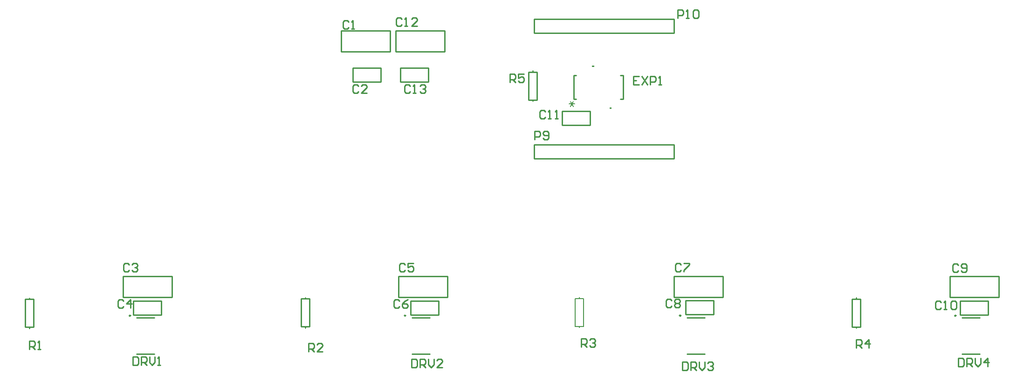
<source format=gto>
G04 Layer_Color=65535*
%FSLAX25Y25*%
%MOIN*%
G70*
G01*
G75*
%ADD13C,0.01000*%
%ADD28C,0.00984*%
%ADD29C,0.00787*%
%ADD30C,0.00781*%
G36*
X750100Y397500D02*
X748600D01*
Y398500D01*
X750100D01*
Y397500D01*
D02*
G37*
G36*
X737600Y427700D02*
X736100D01*
Y428700D01*
X737600D01*
Y427700D01*
D02*
G37*
D13*
X924900Y261400D02*
Y262300D01*
Y240500D02*
Y241400D01*
Y261400D02*
X927900D01*
Y241400D02*
Y261400D01*
X921900Y241400D02*
X927900D01*
X921900D02*
Y261400D01*
X924900D01*
X531000Y261500D02*
Y262400D01*
Y240600D02*
Y241500D01*
Y261500D02*
X534000D01*
Y241500D02*
Y261500D01*
X528000Y241500D02*
X534000D01*
X528000D02*
Y261500D01*
X531000D01*
X597600Y262500D02*
Y277500D01*
X632600D01*
Y262500D02*
Y277500D01*
X597600Y262500D02*
X632600D01*
X400500D02*
Y277500D01*
X435500D01*
Y262500D02*
Y277500D01*
X400500Y262500D02*
X435500D01*
X702100Y372100D02*
X794600D01*
X694600D02*
X702100D01*
X694600Y362100D02*
Y372100D01*
Y362100D02*
X794600D01*
Y372100D01*
X591500Y438500D02*
Y453500D01*
X556500Y438500D02*
X591500D01*
X556500D02*
Y453500D01*
X591500D01*
X565000Y417000D02*
Y427000D01*
X585000D01*
Y417000D02*
Y427000D01*
X565000Y417000D02*
X585000D01*
X595500Y438500D02*
X630500D01*
Y453500D01*
X595500D02*
X630500D01*
X595500Y438500D02*
Y453500D01*
X734700Y385900D02*
Y395900D01*
X714700Y385900D02*
X734700D01*
X714700D02*
Y395900D01*
X734700D01*
X722900Y404700D02*
X724800D01*
X722900D02*
Y421500D01*
X756400D02*
X758300D01*
Y404700D02*
Y421500D01*
X756400Y404700D02*
X758300D01*
X722900Y421500D02*
X724800D01*
X693600Y424100D02*
Y425000D01*
Y403200D02*
Y404100D01*
Y424100D02*
X696600D01*
Y404100D02*
Y424100D01*
X690600Y404100D02*
X696600D01*
X690600D02*
Y424100D01*
X693600D01*
X410480Y248035D02*
X423079D01*
X410480Y222051D02*
X423079D01*
X428000Y250000D02*
Y260000D01*
X408000Y250000D02*
X428000D01*
X408000D02*
Y260000D01*
X428000D01*
X333600Y261200D02*
Y262100D01*
Y240300D02*
Y241200D01*
Y261200D02*
X336600D01*
Y241200D02*
Y261200D01*
X330600Y241200D02*
X336600D01*
X330600D02*
Y261200D01*
X333600D01*
X607261Y248035D02*
X619859D01*
X607261Y222051D02*
X619859D01*
X626467Y250000D02*
Y260000D01*
X606467Y250000D02*
X626467D01*
X606467D02*
Y260000D01*
X626467D01*
X804041Y248036D02*
X816639D01*
X804041Y222051D02*
X816639D01*
X823100Y250200D02*
Y260200D01*
X803100Y250200D02*
X823100D01*
X803100D02*
Y260200D01*
X823100D01*
X619000Y417000D02*
Y427000D01*
X599000Y417000D02*
X619000D01*
X599000D02*
Y427000D01*
X619000D01*
X1000821Y248036D02*
X1013420D01*
X1000821Y222051D02*
X1013420D01*
X1019300Y250100D02*
Y260100D01*
X999300Y250100D02*
X1019300D01*
X999300D02*
Y260100D01*
X1019300D01*
X992000Y262700D02*
Y277700D01*
X1027000D01*
Y262700D02*
Y277700D01*
X992000Y262700D02*
X1027000D01*
X702100Y462100D02*
X794600D01*
X694600D02*
X702100D01*
X694600Y452100D02*
Y462100D01*
Y452100D02*
X794600D01*
Y462100D01*
X794700Y262500D02*
Y277500D01*
X829700D01*
Y262500D02*
Y277500D01*
X794700Y262500D02*
X829700D01*
X728373Y227100D02*
Y233098D01*
X731372D01*
X732372Y232098D01*
Y230099D01*
X731372Y229099D01*
X728373D01*
X730372D02*
X732372Y227100D01*
X734371Y232098D02*
X735371Y233098D01*
X737370D01*
X738370Y232098D01*
Y231099D01*
X737370Y230099D01*
X736370D01*
X737370D01*
X738370Y229099D01*
Y228100D01*
X737370Y227100D01*
X735371D01*
X734371Y228100D01*
X797400Y462700D02*
Y468698D01*
X800399D01*
X801399Y467698D01*
Y465699D01*
X800399Y464699D01*
X797400D01*
X803398Y462700D02*
X805397D01*
X804398D01*
Y468698D01*
X803398Y467698D01*
X808396D02*
X809396Y468698D01*
X811395D01*
X812395Y467698D01*
Y463700D01*
X811395Y462700D01*
X809396D01*
X808396Y463700D01*
Y467698D01*
X695100Y375600D02*
Y381598D01*
X698099D01*
X699099Y380598D01*
Y378599D01*
X698099Y377599D01*
X695100D01*
X701098Y376600D02*
X702098Y375600D01*
X704097D01*
X705097Y376600D01*
Y380598D01*
X704097Y381598D01*
X702098D01*
X701098Y380598D01*
Y379599D01*
X702098Y378599D01*
X705097D01*
X561999Y459998D02*
X560999Y460998D01*
X559000D01*
X558000Y459998D01*
Y456000D01*
X559000Y455000D01*
X560999D01*
X561999Y456000D01*
X563998Y455000D02*
X565997D01*
X564998D01*
Y460998D01*
X563998Y459998D01*
X568999Y413998D02*
X567999Y414998D01*
X566000D01*
X565000Y413998D01*
Y410000D01*
X566000Y409000D01*
X567999D01*
X568999Y410000D01*
X574997Y409000D02*
X570998D01*
X574997Y412999D01*
Y413998D01*
X573997Y414998D01*
X571998D01*
X570998Y413998D01*
X404999Y285998D02*
X403999Y286998D01*
X402000D01*
X401000Y285998D01*
Y282000D01*
X402000Y281000D01*
X403999D01*
X404999Y282000D01*
X406998Y285998D02*
X407998Y286998D01*
X409997D01*
X410997Y285998D01*
Y284999D01*
X409997Y283999D01*
X408997D01*
X409997D01*
X410997Y282999D01*
Y282000D01*
X409997Y281000D01*
X407998D01*
X406998Y282000D01*
X400999Y259998D02*
X399999Y260998D01*
X398000D01*
X397000Y259998D01*
Y256000D01*
X398000Y255000D01*
X399999D01*
X400999Y256000D01*
X405997Y255000D02*
Y260998D01*
X402998Y257999D01*
X406997D01*
X602250Y285847D02*
X601250Y286847D01*
X599251D01*
X598251Y285847D01*
Y281849D01*
X599251Y280849D01*
X601250D01*
X602250Y281849D01*
X608248Y286847D02*
X604249D01*
Y283848D01*
X606249Y284847D01*
X607248D01*
X608248Y283848D01*
Y281849D01*
X607248Y280849D01*
X605249D01*
X604249Y281849D01*
X598465Y259998D02*
X597466Y260998D01*
X595466D01*
X594467Y259998D01*
Y256000D01*
X595466Y255000D01*
X597466D01*
X598465Y256000D01*
X604463Y260998D02*
X602464Y259998D01*
X600465Y257999D01*
Y256000D01*
X601464Y255000D01*
X603464D01*
X604463Y256000D01*
Y256999D01*
X603464Y257999D01*
X600465D01*
X799799Y285898D02*
X798799Y286898D01*
X796800D01*
X795800Y285898D01*
Y281900D01*
X796800Y280900D01*
X798799D01*
X799799Y281900D01*
X801798Y286898D02*
X805797D01*
Y285898D01*
X801798Y281900D01*
Y280900D01*
X793099Y260198D02*
X792099Y261198D01*
X790100D01*
X789100Y260198D01*
Y256200D01*
X790100Y255200D01*
X792099D01*
X793099Y256200D01*
X795098Y260198D02*
X796098Y261198D01*
X798097D01*
X799097Y260198D01*
Y259199D01*
X798097Y258199D01*
X799097Y257199D01*
Y256200D01*
X798097Y255200D01*
X796098D01*
X795098Y256200D01*
Y257199D01*
X796098Y258199D01*
X795098Y259199D01*
Y260198D01*
X796098Y258199D02*
X798097D01*
X997899Y285498D02*
X996899Y286498D01*
X994900D01*
X993900Y285498D01*
Y281500D01*
X994900Y280500D01*
X996899D01*
X997899Y281500D01*
X999898D02*
X1000898Y280500D01*
X1002897D01*
X1003897Y281500D01*
Y285498D01*
X1002897Y286498D01*
X1000898D01*
X999898Y285498D01*
Y284499D01*
X1000898Y283499D01*
X1003897D01*
X985799Y258998D02*
X984799Y259998D01*
X982800D01*
X981800Y258998D01*
Y255000D01*
X982800Y254000D01*
X984799D01*
X985799Y255000D01*
X987798Y254000D02*
X989797D01*
X988798D01*
Y259998D01*
X987798Y258998D01*
X992796D02*
X993796Y259998D01*
X995796D01*
X996795Y258998D01*
Y255000D01*
X995796Y254000D01*
X993796D01*
X992796Y255000D01*
Y258998D01*
X702499Y395598D02*
X701499Y396598D01*
X699500D01*
X698500Y395598D01*
Y391600D01*
X699500Y390600D01*
X701499D01*
X702499Y391600D01*
X704498Y390600D02*
X706497D01*
X705498D01*
Y396598D01*
X704498Y395598D01*
X709496Y390600D02*
X711496D01*
X710496D01*
Y396598D01*
X709496Y395598D01*
X407500Y219798D02*
Y213800D01*
X410499D01*
X411499Y214800D01*
Y218798D01*
X410499Y219798D01*
X407500D01*
X413498Y213800D02*
Y219798D01*
X416497D01*
X417497Y218798D01*
Y216799D01*
X416497Y215799D01*
X413498D01*
X415497D02*
X417497Y213800D01*
X419496Y219798D02*
Y215799D01*
X421495Y213800D01*
X423495Y215799D01*
Y219798D01*
X425494Y213800D02*
X427493D01*
X426494D01*
Y219798D01*
X425494Y218798D01*
X607000Y218398D02*
Y212400D01*
X609999D01*
X610999Y213400D01*
Y217398D01*
X609999Y218398D01*
X607000D01*
X612998Y212400D02*
Y218398D01*
X615997D01*
X616997Y217398D01*
Y215399D01*
X615997Y214399D01*
X612998D01*
X614997D02*
X616997Y212400D01*
X618996Y218398D02*
Y214399D01*
X620996Y212400D01*
X622995Y214399D01*
Y218398D01*
X628993Y212400D02*
X624994D01*
X628993Y216399D01*
Y217398D01*
X627993Y218398D01*
X625994D01*
X624994Y217398D01*
X800529Y216254D02*
Y210256D01*
X803528D01*
X804528Y211256D01*
Y215254D01*
X803528Y216254D01*
X800529D01*
X806527Y210256D02*
Y216254D01*
X809526D01*
X810526Y215254D01*
Y213255D01*
X809526Y212255D01*
X806527D01*
X808527D02*
X810526Y210256D01*
X812525Y216254D02*
Y212255D01*
X814525Y210256D01*
X816524Y212255D01*
Y216254D01*
X818523Y215254D02*
X819523Y216254D01*
X821522D01*
X822522Y215254D01*
Y214255D01*
X821522Y213255D01*
X820523D01*
X821522D01*
X822522Y212255D01*
Y211256D01*
X821522Y210256D01*
X819523D01*
X818523Y211256D01*
X997900Y218798D02*
Y212800D01*
X1000899D01*
X1001899Y213800D01*
Y217798D01*
X1000899Y218798D01*
X997900D01*
X1003898Y212800D02*
Y218798D01*
X1006897D01*
X1007897Y217798D01*
Y215799D01*
X1006897Y214799D01*
X1003898D01*
X1005897D02*
X1007897Y212800D01*
X1009896Y218798D02*
Y214799D01*
X1011895Y212800D01*
X1013895Y214799D01*
Y218798D01*
X1018893Y212800D02*
Y218798D01*
X1015894Y215799D01*
X1019893D01*
X769599Y420998D02*
X765600D01*
Y415000D01*
X769599D01*
X765600Y417999D02*
X767599D01*
X771598Y420998D02*
X775597Y415000D01*
Y420998D02*
X771598Y415000D01*
X777596D02*
Y420998D01*
X780595D01*
X781595Y419998D01*
Y417999D01*
X780595Y416999D01*
X777596D01*
X783594Y415000D02*
X785594D01*
X784594D01*
Y420998D01*
X783594Y419998D01*
X333600Y225200D02*
Y231198D01*
X336599D01*
X337599Y230198D01*
Y228199D01*
X336599Y227199D01*
X333600D01*
X335599D02*
X337599Y225200D01*
X339598D02*
X341597D01*
X340598D01*
Y231198D01*
X339598Y230198D01*
X533433Y223700D02*
Y229698D01*
X536432D01*
X537432Y228698D01*
Y226699D01*
X536432Y225699D01*
X533433D01*
X535433D02*
X537432Y223700D01*
X543430D02*
X539431D01*
X543430Y227699D01*
Y228698D01*
X542430Y229698D01*
X540431D01*
X539431Y228698D01*
X924900Y226400D02*
Y232398D01*
X927899D01*
X928899Y231398D01*
Y229399D01*
X927899Y228399D01*
X924900D01*
X926899D02*
X928899Y226400D01*
X933897D02*
Y232398D01*
X930898Y229399D01*
X934897D01*
X677400Y416500D02*
Y422498D01*
X680399D01*
X681399Y421498D01*
Y419499D01*
X680399Y418499D01*
X677400D01*
X679399D02*
X681399Y416500D01*
X687397Y422498D02*
X683398D01*
Y419499D01*
X685397Y420499D01*
X686397D01*
X687397Y419499D01*
Y417500D01*
X686397Y416500D01*
X684398D01*
X683398Y417500D01*
X600099Y461898D02*
X599099Y462898D01*
X597100D01*
X596100Y461898D01*
Y457900D01*
X597100Y456900D01*
X599099D01*
X600099Y457900D01*
X602098Y456900D02*
X604097D01*
X603098D01*
Y462898D01*
X602098Y461898D01*
X611095Y456900D02*
X607096D01*
X611095Y460899D01*
Y461898D01*
X610096Y462898D01*
X608096D01*
X607096Y461898D01*
X605999Y413998D02*
X604999Y414998D01*
X603000D01*
X602000Y413998D01*
Y410000D01*
X603000Y409000D01*
X604999D01*
X605999Y410000D01*
X607998Y409000D02*
X609997D01*
X608998D01*
Y414998D01*
X607998Y413998D01*
X612996D02*
X613996Y414998D01*
X615996D01*
X616995Y413998D01*
Y412999D01*
X615996Y411999D01*
X614996D01*
X615996D01*
X616995Y410999D01*
Y410000D01*
X615996Y409000D01*
X613996D01*
X612996Y410000D01*
D28*
X406051Y249413D02*
G03*
X406051Y249413I-492J0D01*
G01*
X602832Y249413D02*
G03*
X602832Y249413I-492J0D01*
G01*
X799612D02*
G03*
X799612Y249413I-492J0D01*
G01*
X996392D02*
G03*
X996392Y249413I-492J0D01*
G01*
D29*
X723900Y261700D02*
X726900D01*
X723900Y241700D02*
Y261700D01*
Y241700D02*
X729900D01*
Y261700D01*
X726900D02*
X729900D01*
X726900Y240800D02*
Y241700D01*
Y261700D02*
Y262600D01*
D30*
X719578Y401133D02*
X723795D01*
X720632Y399376D02*
X722741Y402890D01*
X720632D02*
X722741Y399376D01*
M02*

</source>
